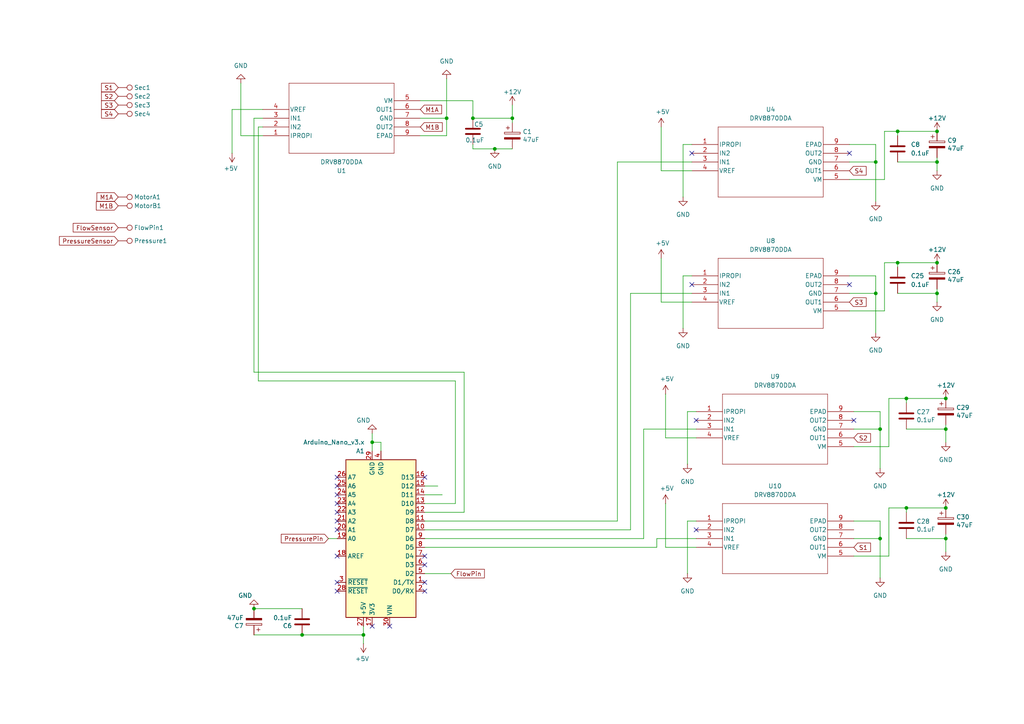
<source format=kicad_sch>
(kicad_sch (version 20231120) (generator "eeschema") (generator_version "8.0")
  (paper "A4")
  (title_block (title "DRVs") (date "2024-11-04"))
  (lib_symbols
    (symbol "MCU_Module:Arduino_Nano_v3.x"
      (property "Reference" "A" (at -10.16 23.495 0))
      (property "Value" "Arduino_Nano_v3.x" (at 5.08 -24.13 0))
      (symbol "Arduino_Nano_v3.x_0_1"
        (rectangle (start -10.16 22.86) (end 10.16 -22.86) (stroke (width 0.254)) (fill (type background)))
      )
      (symbol "Arduino_Nano_v3.x_1_1"
        (pin bidirectional line (at -12.7 12.7 0) (length 2.54) (name "D1/TX") (number "1"))
        (pin bidirectional line (at -12.7 -2.54 0) (length 2.54) (name "D7") (number "10"))
        (pin bidirectional line (at -12.7 -5.08 0) (length 2.54) (name "D8") (number "11"))
        (pin bidirectional line (at -12.7 -7.62 0) (length 2.54) (name "D9") (number "12"))
        (pin bidirectional line (at -12.7 -10.16 0) (length 2.54) (name "D10") (number "13"))
        (pin bidirectional line (at -12.7 -12.7 0) (length 2.54) (name "D11") (number "14"))
        (pin bidirectional line (at -12.7 -15.24 0) (length 2.54) (name "D12") (number "15"))
        (pin bidirectional line (at -12.7 -17.78 0) (length 2.54) (name "D13") (number "16"))
        (pin power_out line (at 2.54 25.4 270) (length 2.54) (name "3V3") (number "17"))
        (pin input line (at 12.7 5.08 180) (length 2.54) (name "AREF") (number "18"))
        (pin bidirectional line (at 12.7 0 180) (length 2.54) (name "A0") (number "19"))
        (pin bidirectional line (at -12.7 15.24 0) (length 2.54) (name "D0/RX") (number "2"))
        (pin bidirectional line (at 12.7 -2.54 180) (length 2.54) (name "A1") (number "20"))
        (pin bidirectional line (at 12.7 -5.08 180) (length 2.54) (name "A2") (number "21"))
        (pin bidirectional line (at 12.7 -7.62 180) (length 2.54) (name "A3") (number "22"))
        (pin bidirectional line (at 12.7 -10.16 180) (length 2.54) (name "A4") (number "23"))
        (pin bidirectional line (at 12.7 -12.7 180) (length 2.54) (name "A5") (number "24"))
        (pin bidirectional line (at 12.7 -15.24 180) (length 2.54) (name "A6") (number "25"))
        (pin bidirectional line (at 12.7 -17.78 180) (length 2.54) (name "A7") (number "26"))
        (pin power_out line (at 5.08 25.4 270) (length 2.54) (name "+5V") (number "27"))
        (pin input line (at 12.7 15.24 180) (length 2.54) (name "~{RESET}") (number "28"))
        (pin power_in line (at 2.54 -25.4 90) (length 2.54) (name "GND") (number "29"))
        (pin input line (at 12.7 12.7 180) (length 2.54) (name "~{RESET}") (number "3"))
        (pin power_in line (at -2.54 25.4 270) (length 2.54) (name "VIN") (number "30"))
        (pin power_in line (at 0 -25.4 90) (length 2.54) (name "GND") (number "4"))
        (pin bidirectional line (at -12.7 10.16 0) (length 2.54) (name "D2") (number "5"))
        (pin bidirectional line (at -12.7 7.62 0) (length 2.54) (name "D3") (number "6"))
        (pin bidirectional line (at -12.7 5.08 0) (length 2.54) (name "D4") (number "7"))
        (pin bidirectional line (at -12.7 2.54 0) (length 2.54) (name "D5") (number "8"))
        (pin bidirectional line (at -12.7 0 0) (length 2.54) (name "D6") (number "9"))
      )
    )
    (symbol "RC17Symbols:C" (pin_numbers hide) (pin_names (offset 0.254))
      (property "Reference" "C" (at 0.635 2.54 0))
      (property "Value" "C" (at 0.635 -2.54 0))
      (symbol "C_0_1"
        (polyline (pts (xy -2.032 -0.762) (xy 2.032 -0.762)) (stroke (width 0.508)))
        (polyline (pts (xy -2.032 0.762) (xy 2.032 0.762)) (stroke (width 0.508)))
      )
      (symbol "C_1_1"
        (pin passive line (at 0 3.81 270) (length 2.794) (name "~") (number "1"))
        (pin passive line (at 0 -3.81 90) (length 2.794) (name "~") (number "2"))
      )
    )
    (symbol "RC17Symbols:C_Polarized" (pin_numbers hide) (pin_names (offset 0.254))
      (property "Reference" "C" (at 0.635 2.54 0))
      (property "Value" "C_Polarized" (at 0.635 -2.54 0))
      (symbol "C_Polarized_0_1"
        (rectangle (start -2.286 0.508) (end 2.286 1.016))
        (polyline (pts (xy -1.778 2.286) (xy -0.762 2.286)))
        (polyline (pts (xy -1.27 2.794) (xy -1.27 1.778)))
        (rectangle (start 2.286 -0.508) (end -2.286 -1.016) (fill (type outline)))
      )
      (symbol "C_Polarized_1_1"
        (pin passive line (at 0 3.81 270) (length 2.794) (name "~") (number "1"))
        (pin passive line (at 0 -3.81 90) (length 2.794) (name "~") (number "2"))
      )
    )
    (symbol "RC17Symbols:DRV8251ADDAR" (pin_names (offset 0.254))
      (property "Reference" "U" (at 22.86 10.16 0))
      (property "Value" "DRV8251ADDAR" (at 22.86 7.62 0))
      (symbol "DRV8251ADDAR_0_1"
        (polyline (pts (xy 7.62 -15.24) (xy 38.1 -15.24)) (stroke (width 0.127)))
        (polyline (pts (xy 7.62 5.08) (xy 7.62 -15.24)) (stroke (width 0.127)))
        (polyline (pts (xy 38.1 -15.24) (xy 38.1 5.08)) (stroke (width 0.127)))
        (polyline (pts (xy 38.1 5.08) (xy 7.62 5.08)) (stroke (width 0.127)))
        (pin passive line (at 0 0 0) (length 7.62) (name "IPROPI") (number "1"))
        (pin passive line (at 0 -2.54 0) (length 7.62) (name "IN2") (number "2"))
        (pin passive line (at 0 -5.08 0) (length 7.62) (name "IN1") (number "3"))
        (pin passive line (at 0 -7.62 0) (length 7.62) (name "VREF") (number "4"))
        (pin passive line (at 45.72 -10.16 180) (length 7.62) (name "VM") (number "5"))
        (pin passive line (at 45.72 -7.62 180) (length 7.62) (name "OUT1") (number "6"))
        (pin passive line (at 45.72 -5.08 180) (length 7.62) (name "GND") (number "7"))
        (pin passive line (at 45.72 -2.54 180) (length 7.62) (name "OUT2") (number "8"))
        (pin passive line (at 45.72 0 180) (length 7.62) (name "EPAD") (number "9"))
      )
    )
    (symbol "RC17Symbols:WirePad" (pin_numbers hide) (pin_names (offset 0.762) hide)
      (property "Reference" "WP" (at 0 6.858 0))
      (property "Value" "WirePad" (at 0 5.08 0))
      (symbol "WirePad_0_1"
        (circle (center 0 3.302) (radius 0.762))
      )
      (symbol "WirePad_1_1"
        (pin passive line (at 0 0 90) (length 2.54) (name "1") (number "1"))
      )
    )
    (symbol "power:+12V" (power) (pin_numbers hide) (pin_names (offset 0) hide)
      (property "Value" "+12V" (at 0 3.556 0))
      (symbol "+12V_0_1"
        (polyline (pts (xy -0.762 1.27) (xy 0 2.54)))
        (polyline (pts (xy 0 0) (xy 0 2.54)))
        (polyline (pts (xy 0 2.54) (xy 0.762 1.27)))
      )
      (symbol "+12V_1_1"
        (pin power_in line (at 0 0 90) (length 0) (name "~") (number "1"))
      )
    )
    (symbol "power:+5V" (power) (pin_numbers hide) (pin_names (offset 0) hide)
      (property "Value" "+5V" (at 0 3.556 0))
      (symbol "+5V_0_1"
        (polyline (pts (xy -0.762 1.27) (xy 0 2.54)))
        (polyline (pts (xy 0 0) (xy 0 2.54)))
        (polyline (pts (xy 0 2.54) (xy 0.762 1.27)))
      )
      (symbol "+5V_1_1"
        (pin power_in line (at 0 0 90) (length 0) (name "~") (number "1"))
      )
    )
    (symbol "power:GND" (power) (pin_numbers hide) (pin_names (offset 0) hide)
      (property "Value" "GND" (at 0 -3.81 0))
      (symbol "GND_0_1"
        (polyline (pts (xy 0 0) (xy 0 -1.27) (xy 1.27 -1.27) (xy 0 -2.54) (xy -1.27 -1.27) (xy 0 -1.27)))
      )
      (symbol "GND_1_1"
        (pin power_in line (at 0 0 270) (length 0) (name "~") (number "1"))
      )
    )
  )
  (junction (at 255.27 124.46))
  (junction (at 260.35 76.2))
  (junction (at 105.41 184.15))
  (junction (at 129.54 34.29))
  (junction (at 274.32 147.32))
  (junction (at 143.51 43.18))
  (junction (at 271.78 76.2))
  (junction (at 274.32 156.21))
  (junction (at 274.32 124.46))
  (junction (at 107.95 128.27))
  (junction (at 255.27 156.21))
  (junction (at 260.35 38.1))
  (junction (at 274.32 115.57))
  (junction (at 137.16 34.29))
  (junction (at 87.63 184.15))
  (junction (at 254 85.09))
  (junction (at 262.89 147.32))
  (junction (at 262.89 115.57))
  (junction (at 271.78 38.1))
  (junction (at 254 46.99))
  (junction (at 148.59 34.29))
  (junction (at 271.78 46.99))
  (junction (at 271.78 85.09))
  (junction (at 73.66 176.53))
  (no_connect (at 123.19 163.83))
  (no_connect (at 107.95 181.61))
  (no_connect (at 97.79 138.43))
  (no_connect (at 247.65 121.92))
  (no_connect (at 123.19 161.29))
  (no_connect (at 97.79 171.45))
  (no_connect (at 201.93 121.92))
  (no_connect (at 97.79 161.29))
  (no_connect (at 123.19 168.91))
  (no_connect (at 97.79 143.51))
  (no_connect (at 97.79 140.97))
  (no_connect (at 97.79 148.59))
  (no_connect (at 123.19 138.43))
  (no_connect (at 246.38 44.45))
  (no_connect (at 201.93 153.67))
  (no_connect (at 97.79 151.13))
  (no_connect (at 113.03 181.61))
  (no_connect (at 123.19 171.45))
  (no_connect (at 97.79 153.67))
  (no_connect (at 200.66 44.45))
  (no_connect (at 97.79 146.05))
  (no_connect (at 200.66 82.55))
  (no_connect (at 97.79 168.91))
  (no_connect (at 246.38 82.55))
  (wire (pts (xy 97.79 156.21) (xy 95.25 156.21)))
  (wire (pts (xy 246.38 80.01) (xy 254 80.01)))
  (wire (pts (xy 247.65 151.13) (xy 255.27 151.13)))
  (wire (pts (xy 87.63 176.53) (xy 73.66 176.53)))
  (wire (pts (xy 274.32 156.21) (xy 274.32 154.94)))
  (wire (pts (xy 271.78 46.99) (xy 271.78 45.72)))
  (wire (pts (xy 137.16 29.21) (xy 137.16 34.29)))
  (wire (pts (xy 74.93 36.83) (xy 76.2 36.83)))
  (wire (pts (xy 260.35 38.1) (xy 260.35 39.37)))
  (wire (pts (xy 200.66 85.09) (xy 182.88 85.09)))
  (wire (pts (xy 246.38 52.07) (xy 256.54 52.07)))
  (wire (pts (xy 179.07 46.99) (xy 200.66 46.99)))
  (wire (pts (xy 121.92 39.37) (xy 129.54 39.37)))
  (wire (pts (xy 271.78 87.63) (xy 271.78 85.09)))
  (wire (pts (xy 123.19 158.75) (xy 190.5 158.75)))
  (wire (pts (xy 69.85 39.37) (xy 69.85 24.13)))
  (wire (pts (xy 191.77 49.53) (xy 191.77 36.83)))
  (wire (pts (xy 73.66 107.95) (xy 73.66 34.29)))
  (wire (pts (xy 255.27 119.38) (xy 255.27 124.46)))
  (wire (pts (xy 193.04 158.75) (xy 193.04 146.05)))
  (wire (pts (xy 254 80.01) (xy 254 85.09)))
  (wire (pts (xy 110.49 128.27) (xy 107.95 128.27)))
  (wire (pts (xy 134.62 107.95) (xy 134.62 148.59)))
  (wire (pts (xy 123.19 146.05) (xy 132.08 146.05)))
  (wire (pts (xy 247.65 161.29) (xy 257.81 161.29)))
  (wire (pts (xy 105.41 184.15) (xy 105.41 181.61)))
  (wire (pts (xy 186.69 124.46) (xy 186.69 156.21)))
  (wire (pts (xy 200.66 49.53) (xy 191.77 49.53)))
  (wire (pts (xy 67.31 31.75) (xy 67.31 44.45)))
  (wire (pts (xy 130.81 166.37) (xy 123.19 166.37)))
  (wire (pts (xy 247.65 156.21) (xy 255.27 156.21)))
  (wire (pts (xy 148.59 30.48) (xy 148.59 34.29)))
  (wire (pts (xy 274.32 124.46) (xy 274.32 123.19)))
  (wire (pts (xy 143.51 43.18) (xy 137.16 43.18)))
  (wire (pts (xy 274.32 160.02) (xy 274.32 156.21)))
  (wire (pts (xy 274.32 115.57) (xy 262.89 115.57)))
  (wire (pts (xy 123.19 143.51) (xy 128.27 143.51)))
  (wire (pts (xy 201.93 127) (xy 193.04 127)))
  (wire (pts (xy 271.78 76.2) (xy 260.35 76.2)))
  (wire (pts (xy 246.38 46.99) (xy 254 46.99)))
  (wire (pts (xy 193.04 127) (xy 193.04 114.3)))
  (wire (pts (xy 260.35 76.2) (xy 260.35 77.47)))
  (wire (pts (xy 247.65 129.54) (xy 257.81 129.54)))
  (wire (pts (xy 123.19 148.59) (xy 134.62 148.59)))
  (wire (pts (xy 247.65 119.38) (xy 255.27 119.38)))
  (wire (pts (xy 255.27 151.13) (xy 255.27 156.21)))
  (wire (pts (xy 257.81 129.54) (xy 257.81 115.57)))
  (wire (pts (xy 137.16 34.29) (xy 148.59 34.29)))
  (wire (pts (xy 76.2 39.37) (xy 69.85 39.37)))
  (wire (pts (xy 137.16 43.18) (xy 137.16 41.91)))
  (wire (pts (xy 123.19 153.67) (xy 182.88 153.67)))
  (wire (pts (xy 123.19 140.97) (xy 127 140.97)))
  (wire (pts (xy 182.88 85.09) (xy 182.88 153.67)))
  (wire (pts (xy 199.39 119.38) (xy 199.39 134.62)))
  (wire (pts (xy 129.54 39.37) (xy 129.54 34.29)))
  (wire (pts (xy 87.63 184.15) (xy 73.66 184.15)))
  (wire (pts (xy 198.12 80.01) (xy 198.12 95.25)))
  (wire (pts (xy 256.54 76.2) (xy 260.35 76.2)))
  (wire (pts (xy 262.89 156.21) (xy 274.32 156.21)))
  (wire (pts (xy 255.27 156.21) (xy 255.27 167.64)))
  (wire (pts (xy 201.93 151.13) (xy 199.39 151.13)))
  (wire (pts (xy 201.93 156.21) (xy 190.5 156.21)))
  (wire (pts (xy 76.2 31.75) (xy 67.31 31.75)))
  (wire (pts (xy 271.78 38.1) (xy 260.35 38.1)))
  (wire (pts (xy 105.41 186.69) (xy 105.41 184.15)))
  (wire (pts (xy 199.39 151.13) (xy 199.39 166.37)))
  (wire (pts (xy 257.81 115.57) (xy 262.89 115.57)))
  (wire (pts (xy 134.62 107.95) (xy 73.66 107.95)))
  (wire (pts (xy 132.08 146.05) (xy 132.08 110.49)))
  (wire (pts (xy 110.49 130.81) (xy 110.49 128.27)))
  (wire (pts (xy 121.92 34.29) (xy 129.54 34.29)))
  (wire (pts (xy 257.81 161.29) (xy 257.81 147.32)))
  (wire (pts (xy 254 85.09) (xy 254 96.52)))
  (wire (pts (xy 123.19 156.21) (xy 186.69 156.21)))
  (wire (pts (xy 262.89 147.32) (xy 262.89 148.59)))
  (wire (pts (xy 257.81 147.32) (xy 262.89 147.32)))
  (wire (pts (xy 191.77 87.63) (xy 191.77 74.93)))
  (wire (pts (xy 200.66 80.01) (xy 198.12 80.01)))
  (wire (pts (xy 256.54 38.1) (xy 260.35 38.1)))
  (wire (pts (xy 262.89 124.46) (xy 274.32 124.46)))
  (wire (pts (xy 121.92 29.21) (xy 137.16 29.21)))
  (wire (pts (xy 200.66 87.63) (xy 191.77 87.63)))
  (wire (pts (xy 247.65 124.46) (xy 255.27 124.46)))
  (wire (pts (xy 260.35 85.09) (xy 271.78 85.09)))
  (wire (pts (xy 123.19 151.13) (xy 179.07 151.13)))
  (wire (pts (xy 254 41.91) (xy 254 46.99)))
  (wire (pts (xy 200.66 41.91) (xy 198.12 41.91)))
  (wire (pts (xy 201.93 158.75) (xy 193.04 158.75)))
  (wire (pts (xy 73.66 34.29) (xy 76.2 34.29)))
  (wire (pts (xy 190.5 156.21) (xy 190.5 158.75)))
  (wire (pts (xy 107.95 130.81) (xy 107.95 128.27)))
  (wire (pts (xy 255.27 124.46) (xy 255.27 135.89)))
  (wire (pts (xy 260.35 46.99) (xy 271.78 46.99)))
  (wire (pts (xy 246.38 85.09) (xy 254 85.09)))
  (wire (pts (xy 148.59 34.29) (xy 148.59 35.56)))
  (wire (pts (xy 254 46.99) (xy 254 58.42)))
  (wire (pts (xy 105.41 184.15) (xy 87.63 184.15)))
  (wire (pts (xy 246.38 41.91) (xy 254 41.91)))
  (wire (pts (xy 148.59 43.18) (xy 143.51 43.18)))
  (wire (pts (xy 198.12 41.91) (xy 198.12 57.15)))
  (wire (pts (xy 201.93 124.46) (xy 186.69 124.46)))
  (wire (pts (xy 132.08 110.49) (xy 74.93 110.49)))
  (wire (pts (xy 129.54 34.29) (xy 129.54 22.86)))
  (wire (pts (xy 201.93 119.38) (xy 199.39 119.38)))
  (wire (pts (xy 179.07 151.13) (xy 179.07 46.99)))
  (wire (pts (xy 271.78 85.09) (xy 271.78 83.82)))
  (wire (pts (xy 107.95 128.27) (xy 107.95 125.73)))
  (wire (pts (xy 271.78 49.53) (xy 271.78 46.99)))
  (wire (pts (xy 262.89 115.57) (xy 262.89 116.84)))
  (wire (pts (xy 246.38 90.17) (xy 256.54 90.17)))
  (wire (pts (xy 256.54 90.17) (xy 256.54 76.2)))
  (wire (pts (xy 274.32 147.32) (xy 262.89 147.32)))
  (wire (pts (xy 274.32 128.27) (xy 274.32 124.46)))
  (wire (pts (xy 256.54 52.07) (xy 256.54 38.1)))
  (wire (pts (xy 74.93 36.83) (xy 74.93 110.49)))
  (global_label "S4" (shape input) (at 246.38 49.53 0) (property "Intersheetrefs" "${INTERSHEET_REFS}" (effects (hide yes))))
  (global_label "S4" (shape input) (at 34.29 33.02 180) (property "Intersheetrefs" "${INTERSHEET_REFS}" (effects (hide yes))))
  (global_label "M1A" (shape input) (at 34.29 57.15 180) (property "Intersheetrefs" "${INTERSHEET_REFS}" (effects (hide yes))))
  (global_label "M1A" (shape input) (at 121.92 31.75 0) (property "Intersheetrefs" "${INTERSHEET_REFS}" (effects (hide yes))))
  (global_label "S1" (shape input) (at 34.29 25.4 180) (property "Intersheetrefs" "${INTERSHEET_REFS}" (effects (hide yes))))
  (global_label "PressureSensor" (shape input) (at 34.29 69.85 180) (property "Intersheetrefs" "${INTERSHEET_REFS}" (effects (hide yes))))
  (global_label "S2" (shape input) (at 247.65 127 0) (property "Intersheetrefs" "${INTERSHEET_REFS}" (effects (hide yes))))
  (global_label "PressurePin" (shape input) (at 95.25 156.21 180) (property "Intersheetrefs" "${INTERSHEET_REFS}" (effects (hide yes))))
  (global_label "S2" (shape input) (at 34.29 27.94 180) (property "Intersheetrefs" "${INTERSHEET_REFS}" (effects (hide yes))))
  (global_label "S3" (shape input) (at 246.38 87.63 0) (property "Intersheetrefs" "${INTERSHEET_REFS}" (effects (hide yes))))
  (global_label "M1B" (shape input) (at 34.29 59.69 180) (property "Intersheetrefs" "${INTERSHEET_REFS}" (effects (hide yes))))
  (global_label "FlowPin" (shape input) (at 130.81 166.37 0) (property "Intersheetrefs" "${INTERSHEET_REFS}" (effects (hide yes))))
  (global_label "M1B" (shape input) (at 121.92 36.83 0) (property "Intersheetrefs" "${INTERSHEET_REFS}" (effects (hide yes))))
  (global_label "FlowSensor" (shape input) (at 34.29 66.04 180) (property "Intersheetrefs" "${INTERSHEET_REFS}" (effects (hide yes))))
  (global_label "S1" (shape input) (at 247.65 158.75 0) (property "Intersheetrefs" "${INTERSHEET_REFS}" (effects (hide yes))))
  (global_label "S3" (shape input) (at 34.29 30.48 180) (property "Intersheetrefs" "${INTERSHEET_REFS}" (effects (hide yes))))
  (symbol (lib_id "RC17Symbols:C_Polarized") (at 274.32 119.38 0) (unit 1)
    (property "Reference" "C29" (at 277.3172 118.2116 0) (effects (justify left)))
    (property "Value" "47uF" (at 277.3172 120.523 0) (effects (justify left)))
    (property "Footprint" "Capacitor_SMD:CP_Elec_6.3x5.4" (effects (hide yes)))
  )
  (symbol (lib_id "RC17Symbols:DRV8251ADDAR") (at 76.2 39.37 0) (mirror x) (unit 1)
    (property "Reference" "U1" (at 99.06 49.53 0))
    (property "Value" "DRV8870DDA" (at 99.06 46.99 0))
    (property "Footprint" "RC17Footprints:DRV8251ADDR" (effects (hide yes)))
    (property "Datasheet" "DRV8251ADDAR" (effects (hide yes)))
  )
  (symbol (lib_id "power:GND") (at 254 58.42 0) (unit 1)
    (property "Reference" "#PWR028" (effects (hide yes)))
    (property "Value" "GND" (at 254 63.5 0))
    (property "Description" "Power symbol creates a global label with name \"GND\" , ground" (effects (hide yes)))
  )
  (symbol (lib_id "power:+5V") (at 67.31 44.45 180) (unit 1)
    (property "Reference" "#PWR012" (effects (hide yes)))
    (property "Value" "+5V" (at 66.929 48.8442 0))
    (property "Description" "Power symbol creates a global label with name \"+5V\"" (effects (hide yes)))
  )
  (symbol (lib_id "power:GND") (at 274.32 128.27 0) (unit 1)
    (property "Reference" "#PWR064" (effects (hide yes)))
    (property "Value" "GND" (at 274.32 133.35 0))
    (property "Description" "Power symbol creates a global label with name \"GND\" , ground" (effects (hide yes)))
  )
  (symbol (lib_id "power:+12V") (at 271.78 76.2 0) (unit 1)
    (property "Reference" "#PWR055" (effects (hide yes)))
    (property "Value" "+12V" (at 271.78 72.39 0))
    (property "Description" "Power symbol creates a global label with name \"+12V\"" (effects (hide yes)))
  )
  (symbol (lib_id "power:GND") (at 198.12 95.25 0) (unit 1)
    (property "Reference" "#PWR053" (effects (hide yes)))
    (property "Value" "GND" (at 198.12 100.33 0))
    (property "Description" "Power symbol creates a global label with name \"GND\" , ground" (effects (hide yes)))
  )
  (symbol (lib_id "RC17Symbols:WirePad") (at 34.29 27.94 270) (unit 1) (in_bom no)
    (property "Reference" "Sec2" (at 38.862 27.94 90) (effects (justify left)))
    (property "Footprint" "RC17Footprints:SolderWirePad16" (effects (hide yes)))
    (property "Description" "WirePad" (effects (hide yes)))
  )
  (symbol (lib_id "RC17Symbols:DRV8251ADDAR") (at 200.66 80.01 0) (unit 1)
    (property "Reference" "U8" (at 223.52 69.85 0))
    (property "Value" "DRV8870DDA" (at 223.52 72.39 0))
    (property "Footprint" "RC17Footprints:DRV8251ADDR" (effects (hide yes)))
    (property "Datasheet" "DRV8251ADDAR" (effects (hide yes)))
  )
  (symbol (lib_id "RC17Symbols:C") (at 137.16 38.1 0) (mirror y) (unit 1)
    (property "Reference" "C5" (at 140.208 36.068 0) (effects (justify left)))
    (property "Value" "0.1uF" (at 140.462 40.64 0) (effects (justify left)))
    (property "Footprint" "Capacitor_SMD:C_0603_1608Metric" (effects (hide yes)))
  )
  (symbol (lib_id "RC17Symbols:C") (at 262.89 152.4 0) (unit 1)
    (property "Reference" "C28" (at 265.811 151.2316 0) (effects (justify left)))
    (property "Value" "0.1uF" (at 265.811 153.543 0) (effects (justify left)))
    (property "Footprint" "Capacitor_SMD:C_0603_1608Metric" (effects (hide yes)))
  )
  (symbol (lib_id "RC17Symbols:DRV8251ADDAR") (at 201.93 119.38 0) (unit 1)
    (property "Reference" "U9" (at 224.79 109.22 0))
    (property "Value" "DRV8870DDA" (at 224.79 111.76 0))
    (property "Footprint" "RC17Footprints:DRV8251ADDR" (effects (hide yes)))
    (property "Datasheet" "DRV8251ADDAR" (effects (hide yes)))
  )
  (symbol (lib_id "power:GND") (at 143.51 43.18 0) (mirror y) (unit 1)
    (property "Reference" "#PWR04" (effects (hide yes)))
    (property "Value" "GND" (at 143.51 48.26 0))
    (property "Description" "Power symbol creates a global label with name \"GND\" , ground" (effects (hide yes)))
  )
  (symbol (lib_id "power:+5V") (at 191.77 36.83 0) (unit 1)
    (property "Reference" "#PWR021" (effects (hide yes)))
    (property "Value" "+5V" (at 192.151 32.4358 0))
    (property "Description" "Power symbol creates a global label with name \"+5V\"" (effects (hide yes)))
  )
  (symbol (lib_id "RC17Symbols:WirePad") (at 34.29 30.48 270) (unit 1) (in_bom no)
    (property "Reference" "Sec3" (at 38.862 30.48 90) (effects (justify left)))
    (property "Value" "Sec 3" (effects (hide yes)))
    (property "Footprint" "RC17Footprints:SolderWirePad16" (effects (hide yes)))
    (property "Description" "WirePad" (effects (hide yes)))
  )
  (symbol (lib_id "power:GND") (at 254 96.52 0) (unit 1)
    (property "Reference" "#PWR054" (effects (hide yes)))
    (property "Value" "GND" (at 254 101.6 0))
    (property "Description" "Power symbol creates a global label with name \"GND\" , ground" (effects (hide yes)))
  )
  (symbol (lib_id "power:GND") (at 199.39 134.62 0) (unit 1)
    (property "Reference" "#PWR059" (effects (hide yes)))
    (property "Value" "GND" (at 199.39 139.7 0))
    (property "Description" "Power symbol creates a global label with name \"GND\" , ground" (effects (hide yes)))
  )
  (symbol (lib_id "power:GND") (at 255.27 135.89 0) (unit 1)
    (property "Reference" "#PWR061" (effects (hide yes)))
    (property "Value" "GND" (at 255.27 140.97 0))
    (property "Description" "Power symbol creates a global label with name \"GND\" , ground" (effects (hide yes)))
  )
  (symbol (lib_id "power:GND") (at 198.12 57.15 0) (unit 1)
    (property "Reference" "#PWR025" (effects (hide yes)))
    (property "Value" "GND" (at 198.12 62.23 0))
    (property "Description" "Power symbol creates a global label with name \"GND\" , ground" (effects (hide yes)))
  )
  (symbol (lib_id "RC17Symbols:C_Polarized") (at 148.59 39.37 0) (unit 1)
    (property "Reference" "C1" (at 151.5872 38.2016 0) (effects (justify left)))
    (property "Value" "47uF" (at 151.5872 40.513 0) (effects (justify left)))
    (property "Footprint" "Capacitor_SMD:CP_Elec_6.3x5.4" (effects (hide yes)))
  )
  (symbol (lib_id "power:GND") (at 274.32 160.02 0) (unit 1)
    (property "Reference" "#PWR066" (effects (hide yes)))
    (property "Value" "GND" (at 274.32 165.1 0))
    (property "Description" "Power symbol creates a global label with name \"GND\" , ground" (effects (hide yes)))
  )
  (symbol (lib_id "power:+12V") (at 271.78 38.1 0) (unit 1)
    (property "Reference" "#PWR030" (effects (hide yes)))
    (property "Value" "+12V" (at 271.78 34.29 0))
    (property "Description" "Power symbol creates a global label with name \"+12V\"" (effects (hide yes)))
  )
  (symbol (lib_id "power:GND") (at 69.85 24.13 0) (mirror x) (unit 1)
    (property "Reference" "#PWR011" (effects (hide yes)))
    (property "Value" "GND" (at 69.85 19.05 0))
    (property "Description" "Power symbol creates a global label with name \"GND\" , ground" (effects (hide yes)))
  )
  (symbol (lib_id "power:+5V") (at 193.04 146.05 0) (unit 1)
    (property "Reference" "#PWR017" (effects (hide yes)))
    (property "Value" "+5V" (at 193.421 141.6558 0))
    (property "Description" "Power symbol creates a global label with name \"+5V\"" (effects (hide yes)))
  )
  (symbol (lib_id "power:GND") (at 129.54 22.86 0) (mirror x) (unit 1)
    (property "Reference" "#PWR05" (effects (hide yes)))
    (property "Value" "GND" (at 129.54 17.78 0))
    (property "Description" "Power symbol creates a global label with name \"GND\" , ground" (effects (hide yes)))
  )
  (symbol (lib_id "RC17Symbols:WirePad") (at 34.29 33.02 270) (unit 1) (in_bom no)
    (property "Reference" "Sec4" (at 38.862 33.02 90) (effects (justify left)))
    (property "Value" "Sec 4" (effects (hide yes)))
    (property "Footprint" "RC17Footprints:SolderWirePad16" (effects (hide yes)))
    (property "Description" "WirePad" (effects (hide yes)))
  )
  (symbol (lib_id "RC17Symbols:C") (at 260.35 81.28 0) (unit 1)
    (property "Reference" "C25" (at 264.16 80.01 0) (effects (justify left)))
    (property "Value" "0.1uF" (at 264.16 82.55 0) (effects (justify left)))
    (property "Footprint" "Capacitor_SMD:C_0603_1608Metric" (effects (hide yes)))
  )
  (symbol (lib_id "RC17Symbols:WirePad") (at 34.29 59.69 270) (unit 1) (in_bom no)
    (property "Reference" "MotorB1" (at 38.862 59.69 90) (effects (justify left)))
    (property "Value" "Motor B" (effects (hide yes)))
    (property "Footprint" "RC17Footprints:SolderWirePad16" (effects (hide yes)))
    (property "Description" "WirePad" (effects (hide yes)))
  )
  (symbol (lib_id "power:GND") (at 255.27 167.64 0) (unit 1)
    (property "Reference" "#PWR062" (effects (hide yes)))
    (property "Value" "GND" (at 255.27 172.72 0))
    (property "Description" "Power symbol creates a global label with name \"GND\" , ground" (effects (hide yes)))
  )
  (symbol (lib_id "RC17Symbols:C") (at 87.63 180.34 180) (unit 1)
    (property "Reference" "C6" (at 84.709 181.5084 0) (effects (justify left)))
    (property "Value" "0.1uF" (at 84.709 179.197 0) (effects (justify left)))
    (property "Footprint" "Capacitor_SMD:C_0603_1608Metric" (effects (hide yes)))
  )
  (symbol (lib_id "power:GND") (at 73.66 176.53 180) (unit 1)
    (property "Reference" "#PWR026" (effects (hide yes)))
    (property "Value" "GND" (at 71.12 172.72 0))
    (property "Description" "Power symbol creates a global label with name \"GND\" , ground" (effects (hide yes)))
  )
  (symbol (lib_id "RC17Symbols:DRV8251ADDAR") (at 200.66 41.91 0) (unit 1)
    (property "Reference" "U4" (at 223.52 31.75 0))
    (property "Value" "DRV8870DDA" (at 223.52 34.29 0))
    (property "Footprint" "RC17Footprints:DRV8251ADDR" (effects (hide yes)))
    (property "Datasheet" "DRV8251ADDAR" (effects (hide yes)))
  )
  (symbol (lib_id "power:GND") (at 107.95 125.73 180) (unit 1)
    (property "Reference" "#PWR013" (effects (hide yes)))
    (property "Value" "GND" (at 105.41 121.92 0))
    (property "Description" "Power symbol creates a global label with name \"GND\" , ground" (effects (hide yes)))
  )
  (symbol (lib_id "power:+5V") (at 105.41 186.69 180) (unit 1)
    (property "Reference" "#PWR015" (effects (hide yes)))
    (property "Value" "+5V" (at 105.029 191.0842 0))
    (property "Description" "Power symbol creates a global label with name \"+5V\"" (effects (hide yes)))
  )
  (symbol (lib_id "power:GND") (at 271.78 87.63 0) (unit 1)
    (property "Reference" "#PWR056" (effects (hide yes)))
    (property "Value" "GND" (at 271.78 92.71 0))
    (property "Description" "Power symbol creates a global label with name \"GND\" , ground" (effects (hide yes)))
  )
  (symbol (lib_id "RC17Symbols:WirePad") (at 34.29 25.4 270) (unit 1) (in_bom no)
    (property "Reference" "Sec1" (at 38.862 25.4 90) (effects (justify left)))
    (property "Footprint" "RC17Footprints:SolderWirePad16" (effects (hide yes)))
    (property "Description" "WirePad" (effects (hide yes)))
  )
  (symbol (lib_id "power:+5V") (at 193.04 114.3 0) (unit 1)
    (property "Reference" "#PWR023" (effects (hide yes)))
    (property "Value" "+5V" (at 193.421 109.9058 0))
    (property "Description" "Power symbol creates a global label with name \"+5V\"" (effects (hide yes)))
  )
  (symbol (lib_id "RC17Symbols:DRV8251ADDAR") (at 201.93 151.13 0) (unit 1)
    (property "Reference" "U10" (at 224.79 140.97 0))
    (property "Value" "DRV8870DDA" (at 224.79 143.51 0))
    (property "Footprint" "RC17Footprints:DRV8251ADDR" (effects (hide yes)))
    (property "Datasheet" "DRV8251ADDAR" (effects (hide yes)))
  )
  (symbol (lib_id "MCU_Module:Arduino_Nano_v3.x") (at 110.49 156.21 180) (unit 1) (in_bom no)
    (property "Reference" "A1" (at 105.7559 130.81 0) (effects (justify left)))
    (property "Value" "Arduino_Nano_v3.x" (at 105.7559 128.27 0) (effects (justify left)))
    (property "Footprint" "Module:Arduino_Nano" (effects (hide yes)))
    (property "Datasheet" "http://www.mouser.com/pdfdocs/Gravitech_Arduino_Nano3_0.pdf" (effects (hide yes)))
    (property "Description" "Arduino Nano v3.x" (effects (hide yes)))
  )
  (symbol (lib_id "RC17Symbols:C_Polarized") (at 271.78 80.01 0) (unit 1)
    (property "Reference" "C26" (at 274.7772 78.8416 0) (effects (justify left)))
    (property "Value" "47uF" (at 274.7772 81.153 0) (effects (justify left)))
    (property "Footprint" "Capacitor_SMD:CP_Elec_6.3x5.4" (effects (hide yes)))
  )
  (symbol (lib_id "power:+12V") (at 148.59 30.48 0) (mirror y) (unit 1)
    (property "Reference" "#PWR03" (effects (hide yes)))
    (property "Value" "+12V" (at 148.59 26.67 0))
    (property "Description" "Power symbol creates a global label with name \"+12V\"" (effects (hide yes)))
  )
  (symbol (lib_id "RC17Symbols:C") (at 260.35 43.18 0) (unit 1)
    (property "Reference" "C8" (at 264.16 41.91 0) (effects (justify left)))
    (property "Value" "0.1uF" (at 264.16 44.45 0) (effects (justify left)))
    (property "Footprint" "Capacitor_SMD:C_0603_1608Metric" (effects (hide yes)))
  )
  (symbol (lib_id "RC17Symbols:C_Polarized") (at 274.32 151.13 0) (unit 1)
    (property "Reference" "C30" (at 277.3172 149.9616 0) (effects (justify left)))
    (property "Value" "47uF" (at 277.3172 152.273 0) (effects (justify left)))
    (property "Footprint" "Capacitor_SMD:CP_Elec_6.3x5.4" (effects (hide yes)))
  )
  (symbol (lib_id "power:+5V") (at 191.77 74.93 0) (unit 1)
    (property "Reference" "#PWR014" (effects (hide yes)))
    (property "Value" "+5V" (at 192.151 70.5358 0))
    (property "Description" "Power symbol creates a global label with name \"+5V\"" (effects (hide yes)))
  )
  (symbol (lib_id "RC17Symbols:WirePad") (at 34.29 69.85 270) (unit 1) (in_bom no)
    (property "Reference" "Pressure1" (at 38.862 69.85 90) (effects (justify left)))
    (property "Value" "Pressure" (effects (hide yes)))
    (property "Footprint" "RC17Footprints:SolderWirePad16" (effects (hide yes)))
    (property "Description" "WirePad" (effects (hide yes)))
  )
  (symbol (lib_id "power:+12V") (at 274.32 115.57 0) (unit 1)
    (property "Reference" "#PWR063" (effects (hide yes)))
    (property "Value" "+12V" (at 274.32 111.76 0))
    (property "Description" "Power symbol creates a global label with name \"+12V\"" (effects (hide yes)))
  )
  (symbol (lib_id "RC17Symbols:C_Polarized") (at 73.66 180.34 180) (unit 1)
    (property "Reference" "C7" (at 70.6628 181.5084 0) (effects (justify left)))
    (property "Value" "47uF" (at 70.6628 179.197 0) (effects (justify left)))
    (property "Footprint" "Capacitor_SMD:CP_Elec_6.3x5.4" (effects (hide yes)))
  )
  (symbol (lib_id "RC17Symbols:C") (at 262.89 120.65 0) (unit 1)
    (property "Reference" "C27" (at 265.811 119.4816 0) (effects (justify left)))
    (property "Value" "0.1uF" (at 265.811 121.793 0) (effects (justify left)))
    (property "Footprint" "Capacitor_SMD:C_0603_1608Metric" (effects (hide yes)))
  )
  (symbol (lib_id "RC17Symbols:WirePad") (at 34.29 57.15 270) (unit 1) (in_bom no)
    (property "Reference" "MotorA1" (at 38.862 57.15 90) (effects (justify left)))
    (property "Value" "Motor A" (effects (hide yes)))
    (property "Footprint" "RC17Footprints:SolderWirePad16" (effects (hide yes)))
    (property "Description" "WirePad" (effects (hide yes)))
  )
  (symbol (lib_id "power:GND") (at 199.39 166.37 0) (unit 1)
    (property "Reference" "#PWR060" (effects (hide yes)))
    (property "Value" "GND" (at 199.39 171.45 0))
    (property "Description" "Power symbol creates a global label with name \"GND\" , ground" (effects (hide yes)))
  )
  (symbol (lib_id "RC17Symbols:C_Polarized") (at 271.78 41.91 0) (unit 1)
    (property "Reference" "C9" (at 274.7772 40.7416 0) (effects (justify left)))
    (property "Value" "47uF" (at 274.7772 43.053 0) (effects (justify left)))
    (property "Footprint" "Capacitor_SMD:CP_Elec_6.3x5.4" (effects (hide yes)))
  )
  (symbol (lib_id "power:GND") (at 271.78 49.53 0) (unit 1)
    (property "Reference" "#PWR031" (effects (hide yes)))
    (property "Value" "GND" (at 271.78 54.61 0))
    (property "Description" "Power symbol creates a global label with name \"GND\" , ground" (effects (hide yes)))
  )
  (symbol (lib_id "RC17Symbols:WirePad") (at 34.29 66.04 270) (unit 1) (in_bom no)
    (property "Reference" "FlowPin1" (at 38.862 66.04 90) (effects (justify left)))
    (property "Value" "Flow In" (effects (hide yes)))
    (property "Footprint" "RC17Footprints:SolderWirePad16" (effects (hide yes)))
    (property "Description" "WirePad" (effects (hide yes)))
  )
  (symbol (lib_id "power:+12V") (at 274.32 147.32 0) (unit 1)
    (property "Reference" "#PWR065" (effects (hide yes)))
    (property "Value" "+12V" (at 274.32 143.51 0))
    (property "Description" "Power symbol creates a global label with name \"+12V\"" (effects (hide yes)))
  )
)
</source>
